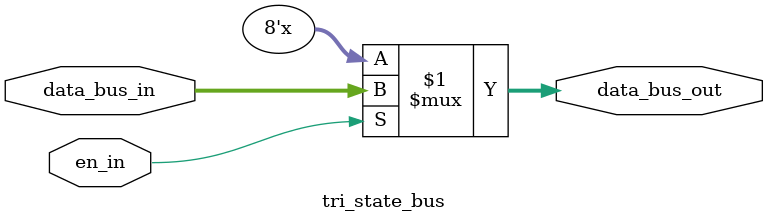
<source format=v>
`timescale 1ns / 1ps


module tri_state_bus #(parameter DATA_WIDTH = 8)(
                    input [DATA_WIDTH-1:0]data_bus_in,
                    input en_in,
                    output [DATA_WIDTH-1:0]data_bus_out
                    );

    assign data_bus_out = en_in ? data_bus_in: 8'bzzzzzzzz;
        
endmodule

</source>
